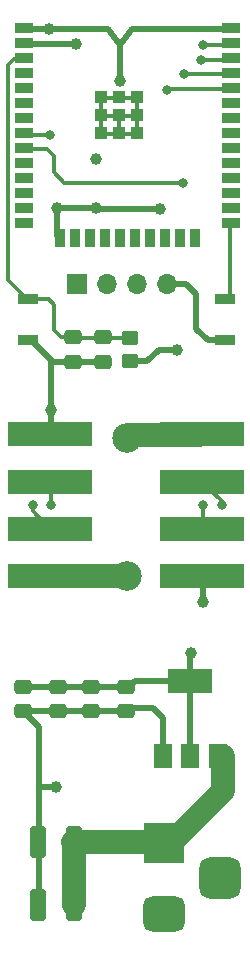
<source format=gtl>
%TF.GenerationSoftware,KiCad,Pcbnew,(6.0.2)*%
%TF.CreationDate,2022-02-19T19:11:57+01:00*%
%TF.ProjectId,hexalight,68657861-6c69-4676-9874-2e6b69636164,rev?*%
%TF.SameCoordinates,Original*%
%TF.FileFunction,Copper,L1,Top*%
%TF.FilePolarity,Positive*%
%FSLAX46Y46*%
G04 Gerber Fmt 4.6, Leading zero omitted, Abs format (unit mm)*
G04 Created by KiCad (PCBNEW (6.0.2)) date 2022-02-19 19:11:57*
%MOMM*%
%LPD*%
G01*
G04 APERTURE LIST*
G04 Aperture macros list*
%AMRoundRect*
0 Rectangle with rounded corners*
0 $1 Rounding radius*
0 $2 $3 $4 $5 $6 $7 $8 $9 X,Y pos of 4 corners*
0 Add a 4 corners polygon primitive as box body*
4,1,4,$2,$3,$4,$5,$6,$7,$8,$9,$2,$3,0*
0 Add four circle primitives for the rounded corners*
1,1,$1+$1,$2,$3*
1,1,$1+$1,$4,$5*
1,1,$1+$1,$6,$7*
1,1,$1+$1,$8,$9*
0 Add four rect primitives between the rounded corners*
20,1,$1+$1,$2,$3,$4,$5,0*
20,1,$1+$1,$4,$5,$6,$7,0*
20,1,$1+$1,$6,$7,$8,$9,0*
20,1,$1+$1,$8,$9,$2,$3,0*%
G04 Aperture macros list end*
%TA.AperFunction,SMDPad,CuDef*%
%ADD10RoundRect,0.250000X0.450000X-0.350000X0.450000X0.350000X-0.450000X0.350000X-0.450000X-0.350000X0*%
%TD*%
%TA.AperFunction,SMDPad,CuDef*%
%ADD11R,1.700000X0.900000*%
%TD*%
%TA.AperFunction,SMDPad,CuDef*%
%ADD12R,1.500000X2.000000*%
%TD*%
%TA.AperFunction,SMDPad,CuDef*%
%ADD13R,3.800000X2.000000*%
%TD*%
%TA.AperFunction,SMDPad,CuDef*%
%ADD14R,1.500000X0.900000*%
%TD*%
%TA.AperFunction,SMDPad,CuDef*%
%ADD15R,0.900000X1.500000*%
%TD*%
%TA.AperFunction,SMDPad,CuDef*%
%ADD16R,1.050000X1.050000*%
%TD*%
%TA.AperFunction,SMDPad,CuDef*%
%ADD17RoundRect,0.250000X0.412500X1.100000X-0.412500X1.100000X-0.412500X-1.100000X0.412500X-1.100000X0*%
%TD*%
%TA.AperFunction,SMDPad,CuDef*%
%ADD18RoundRect,0.250000X-0.475000X0.337500X-0.475000X-0.337500X0.475000X-0.337500X0.475000X0.337500X0*%
%TD*%
%TA.AperFunction,SMDPad,CuDef*%
%ADD19R,7.100000X2.000000*%
%TD*%
%TA.AperFunction,SMDPad,CuDef*%
%ADD20RoundRect,0.250000X0.475000X-0.337500X0.475000X0.337500X-0.475000X0.337500X-0.475000X-0.337500X0*%
%TD*%
%TA.AperFunction,ComponentPad*%
%ADD21R,1.700000X1.700000*%
%TD*%
%TA.AperFunction,ComponentPad*%
%ADD22O,1.700000X1.700000*%
%TD*%
%TA.AperFunction,ComponentPad*%
%ADD23R,3.500000X3.500000*%
%TD*%
%TA.AperFunction,ComponentPad*%
%ADD24RoundRect,0.750000X1.000000X-0.750000X1.000000X0.750000X-1.000000X0.750000X-1.000000X-0.750000X0*%
%TD*%
%TA.AperFunction,ComponentPad*%
%ADD25RoundRect,0.875000X0.875000X-0.875000X0.875000X0.875000X-0.875000X0.875000X-0.875000X-0.875000X0*%
%TD*%
%TA.AperFunction,ViaPad*%
%ADD26C,1.000000*%
%TD*%
%TA.AperFunction,ViaPad*%
%ADD27C,2.500000*%
%TD*%
%TA.AperFunction,ViaPad*%
%ADD28C,0.800000*%
%TD*%
%TA.AperFunction,Conductor*%
%ADD29C,0.300000*%
%TD*%
%TA.AperFunction,Conductor*%
%ADD30C,0.500000*%
%TD*%
%TA.AperFunction,Conductor*%
%ADD31C,2.000000*%
%TD*%
G04 APERTURE END LIST*
D10*
X148590000Y-73898000D03*
X148590000Y-71898000D03*
D11*
X139954000Y-72058000D03*
X139954000Y-68658000D03*
D12*
X151370000Y-107290000D03*
D13*
X153670000Y-100990000D03*
D12*
X153670000Y-107290000D03*
X155970000Y-107290000D03*
D14*
X139586000Y-45695000D03*
X139586000Y-46965000D03*
X139586000Y-48235000D03*
X139586000Y-49505000D03*
X139586000Y-50775000D03*
X139586000Y-52045000D03*
X139586000Y-53315000D03*
X139586000Y-54585000D03*
X139586000Y-55855000D03*
X139586000Y-57125000D03*
X139586000Y-58395000D03*
X139586000Y-59665000D03*
X139586000Y-60935000D03*
X139586000Y-62205000D03*
D15*
X142616000Y-63455000D03*
X143886000Y-63455000D03*
X145156000Y-63455000D03*
X146426000Y-63455000D03*
X147696000Y-63455000D03*
X148966000Y-63455000D03*
X150236000Y-63455000D03*
X151506000Y-63455000D03*
X152776000Y-63455000D03*
X154046000Y-63455000D03*
D14*
X157086000Y-62205000D03*
X157086000Y-60935000D03*
X157086000Y-59665000D03*
X157086000Y-58395000D03*
X157086000Y-57125000D03*
X157086000Y-55855000D03*
X157086000Y-54585000D03*
X157086000Y-53315000D03*
X157086000Y-52045000D03*
X157086000Y-50775000D03*
X157086000Y-49505000D03*
X157086000Y-48235000D03*
X157086000Y-46965000D03*
X157086000Y-45695000D03*
D16*
X149181000Y-53035000D03*
X149181000Y-51510000D03*
X146131000Y-53035000D03*
X146131000Y-51510000D03*
X147656000Y-51510000D03*
X149181000Y-54560000D03*
X146131000Y-54560000D03*
X147656000Y-54560000D03*
X147656000Y-53035000D03*
D11*
X156591000Y-72058000D03*
X156591000Y-68658000D03*
D17*
X143851500Y-114554000D03*
X140726500Y-114554000D03*
D18*
X142494000Y-101451500D03*
X142494000Y-103526500D03*
D19*
X154686000Y-80074000D03*
X154686000Y-84074000D03*
X154686000Y-88074000D03*
X154686000Y-92074000D03*
X141813000Y-92070000D03*
X141813000Y-88070000D03*
X141813000Y-84070000D03*
X141813000Y-80070000D03*
D20*
X146304000Y-73935500D03*
X146304000Y-71860500D03*
X143764000Y-73935500D03*
X143764000Y-71860500D03*
X139470000Y-103526500D03*
X139470000Y-101451500D03*
D17*
X143851500Y-119888000D03*
X140726500Y-119888000D03*
D21*
X144028000Y-67310000D03*
D22*
X146568000Y-67310000D03*
X149108000Y-67310000D03*
X151648000Y-67310000D03*
D23*
X151442500Y-114650000D03*
D24*
X151442500Y-120650000D03*
D25*
X156142500Y-117650000D03*
D18*
X148209000Y-101451500D03*
X148209000Y-103526500D03*
D20*
X145288000Y-103524500D03*
X145288000Y-101449500D03*
D26*
X151130000Y-60960000D03*
X142400000Y-60900000D03*
X145700000Y-60900000D03*
X142300000Y-109900000D03*
X154700000Y-94300000D03*
X147701000Y-50165000D03*
X145669000Y-56769000D03*
X141660000Y-45740000D03*
X141900000Y-78000000D03*
X153700000Y-98600000D03*
X152500000Y-72900000D03*
X144000000Y-47000000D03*
D27*
X148258886Y-92048886D03*
X148300000Y-80400000D03*
D28*
X141800000Y-54700000D03*
X141900000Y-86100000D03*
X153000000Y-58800000D03*
X154700000Y-86100000D03*
X151700000Y-50900000D03*
X153100000Y-49600000D03*
X154600000Y-48400000D03*
X156300000Y-86100000D03*
X140300000Y-86100000D03*
X154700000Y-47100000D03*
D29*
X146131000Y-51613000D02*
X146131000Y-53138000D01*
X147656000Y-53138000D02*
X146131000Y-53138000D01*
X147656000Y-54663000D02*
X147656000Y-53138000D01*
X147656000Y-51613000D02*
X146131000Y-51613000D01*
X147656000Y-51613000D02*
X147656000Y-51226000D01*
X149181000Y-53138000D02*
X149181000Y-51613000D01*
X149181000Y-51613000D02*
X147656000Y-51613000D01*
X147656000Y-54663000D02*
X149181000Y-54663000D01*
X149181000Y-54663000D02*
X149181000Y-53138000D01*
X147656000Y-51226000D02*
X147701000Y-51181000D01*
X147656000Y-53138000D02*
X149181000Y-53138000D01*
X146131000Y-54663000D02*
X147656000Y-54663000D01*
X146131000Y-53138000D02*
X146131000Y-54663000D01*
D30*
X154178000Y-68199000D02*
X153289000Y-67310000D01*
X142300000Y-109900000D02*
X140925000Y-109900000D01*
X154700000Y-92088000D02*
X154686000Y-92074000D01*
X155116000Y-72058000D02*
X154178000Y-71120000D01*
X140814000Y-104870500D02*
X139470000Y-103526500D01*
X142400000Y-60900000D02*
X142400000Y-63315000D01*
X139470000Y-103526500D02*
X148209000Y-103526500D01*
X140814000Y-110714000D02*
X140814000Y-110011000D01*
X151370000Y-104126000D02*
X150519000Y-103275000D01*
X148716128Y-45720872D02*
X147701000Y-47117000D01*
X154700000Y-94300000D02*
X154700000Y-92088000D01*
X141900000Y-79983000D02*
X141813000Y-80070000D01*
X141900000Y-78000000D02*
X141900000Y-73800000D01*
X145760000Y-60960000D02*
X145700000Y-60900000D01*
X140814000Y-114554000D02*
X140814000Y-110714000D01*
X142035500Y-73935500D02*
X141900000Y-73800000D01*
X153289000Y-67310000D02*
X151648000Y-67310000D01*
X156591000Y-72058000D02*
X155116000Y-72058000D01*
X154178000Y-71120000D02*
X154178000Y-68199000D01*
X147701000Y-47117000D02*
X146685000Y-45740000D01*
X145165000Y-103275000D02*
X145152000Y-103262000D01*
X146685000Y-45740000D02*
X141660000Y-45740000D01*
X151130000Y-60960000D02*
X145760000Y-60960000D01*
X150519000Y-103275000D02*
X148200000Y-103275000D01*
X142400000Y-60900000D02*
X145700000Y-60900000D01*
X141900000Y-78000000D02*
X141900000Y-79983000D01*
X141660000Y-45740000D02*
X139550000Y-45740000D01*
X143764000Y-73935500D02*
X142035500Y-73935500D01*
X147701000Y-50165000D02*
X147701000Y-46990000D01*
X151370000Y-107290000D02*
X151370000Y-104126000D01*
X142400000Y-63315000D02*
X142585000Y-63500000D01*
X140814000Y-110011000D02*
X140814000Y-104870500D01*
X140925000Y-109900000D02*
X140814000Y-110011000D01*
X157050000Y-45740000D02*
X148716128Y-45720872D01*
X146304000Y-73935500D02*
X143764000Y-73935500D01*
X141900000Y-73800000D02*
X140200000Y-72100000D01*
X140814000Y-119888000D02*
X140814000Y-114554000D01*
X140200000Y-72100000D02*
X139900000Y-72100000D01*
X153670000Y-100990000D02*
X153670000Y-98630000D01*
X148209000Y-101451500D02*
X139470000Y-101451500D01*
X139550000Y-47010000D02*
X143990000Y-47010000D01*
X148590000Y-73898000D02*
X150003000Y-73898000D01*
X150003000Y-73898000D02*
X151003000Y-72898000D01*
X145165000Y-101725000D02*
X145152000Y-101712000D01*
X153670000Y-98630000D02*
X153700000Y-98600000D01*
X151003000Y-72898000D02*
X152498000Y-72898000D01*
X148935000Y-100990000D02*
X148200000Y-101725000D01*
X153670000Y-100990000D02*
X148935000Y-100990000D01*
X153670000Y-107290000D02*
X153670000Y-100990000D01*
X143990000Y-47010000D02*
X144000000Y-47000000D01*
X152498000Y-72898000D02*
X152500000Y-72900000D01*
D31*
X148300000Y-80400000D02*
X148600000Y-80100000D01*
X143851500Y-114554000D02*
X151346500Y-114554000D01*
X143851500Y-114554000D02*
X143851500Y-119888000D01*
X151442500Y-114650000D02*
X152059022Y-114650000D01*
X141834114Y-92048886D02*
X141813000Y-92070000D01*
X148600000Y-80100000D02*
X154385000Y-80100000D01*
X156419511Y-110289511D02*
X156419511Y-107290000D01*
X151346500Y-114554000D02*
X151442500Y-114650000D01*
X143860000Y-114650000D02*
X143764000Y-114554000D01*
X152059022Y-114650000D02*
X156419511Y-110289511D01*
X148258886Y-92048886D02*
X141834114Y-92048886D01*
D29*
X142726500Y-71860500D02*
X142113000Y-71247000D01*
X138200000Y-48800978D02*
X138720978Y-48280000D01*
X142113000Y-71247000D02*
X142113000Y-69088000D01*
X141683000Y-68658000D02*
X139954000Y-68658000D01*
X143801500Y-71898000D02*
X143764000Y-71860500D01*
X139900000Y-68700000D02*
X138200000Y-67000000D01*
X138200000Y-67000000D02*
X138200000Y-48800978D01*
X143764000Y-71860500D02*
X142726500Y-71860500D01*
X148590000Y-71898000D02*
X143801500Y-71898000D01*
X138720978Y-48280000D02*
X139550000Y-48280000D01*
X142113000Y-69088000D02*
X141683000Y-68658000D01*
X141800000Y-54700000D02*
X139620000Y-54700000D01*
X141900000Y-84157000D02*
X141813000Y-84070000D01*
X139620000Y-54700000D02*
X139550000Y-54630000D01*
X141900000Y-86100000D02*
X141900000Y-84157000D01*
X142100000Y-56500000D02*
X141500000Y-55900000D01*
X141500000Y-55900000D02*
X139550000Y-55900000D01*
X154700000Y-86100000D02*
X154700000Y-88060000D01*
X153000000Y-58800000D02*
X143000000Y-58800000D01*
X154700000Y-88060000D02*
X154686000Y-88074000D01*
X143000000Y-58800000D02*
X142100000Y-57900000D01*
X142100000Y-57900000D02*
X142100000Y-56500000D01*
X151700000Y-50900000D02*
X151780000Y-50820000D01*
X151780000Y-50820000D02*
X157050000Y-50820000D01*
X153100000Y-49600000D02*
X153150000Y-49550000D01*
X153150000Y-49550000D02*
X157050000Y-49550000D01*
X156300000Y-85688000D02*
X154686000Y-84074000D01*
X156930000Y-48400000D02*
X157050000Y-48280000D01*
X156300000Y-86100000D02*
X156300000Y-85688000D01*
X154600000Y-48400000D02*
X156930000Y-48400000D01*
X140300000Y-86100000D02*
X140300000Y-86557000D01*
X156960000Y-47100000D02*
X157050000Y-47010000D01*
X154700000Y-47100000D02*
X156960000Y-47100000D01*
X140300000Y-86557000D02*
X141813000Y-88070000D01*
X157050000Y-62250000D02*
X157050000Y-68199000D01*
X157050000Y-68199000D02*
X156591000Y-68658000D01*
M02*

</source>
